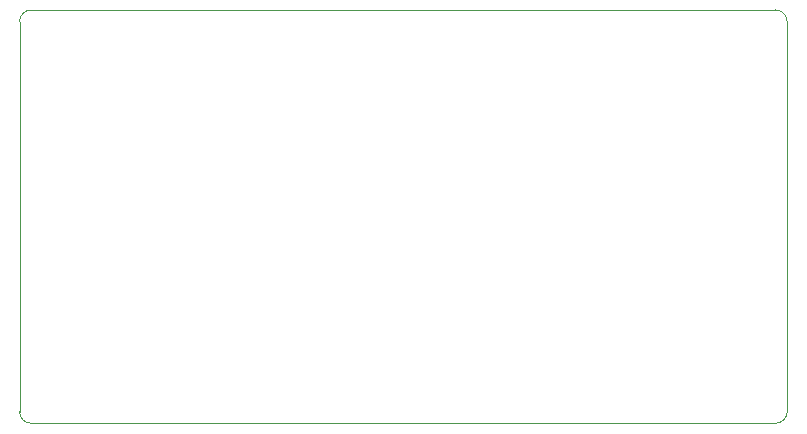
<source format=gbr>
G04 #@! TF.GenerationSoftware,KiCad,Pcbnew,(5.1.5)-3*
G04 #@! TF.CreationDate,2020-02-22T22:04:57-05:00*
G04 #@! TF.ProjectId,Semiparametric-EQ,53656d69-7061-4726-916d-65747269632d,rev?*
G04 #@! TF.SameCoordinates,Original*
G04 #@! TF.FileFunction,Profile,NP*
%FSLAX46Y46*%
G04 Gerber Fmt 4.6, Leading zero omitted, Abs format (unit mm)*
G04 Created by KiCad (PCBNEW (5.1.5)-3) date 2020-02-22 22:04:57*
%MOMM*%
%LPD*%
G04 APERTURE LIST*
%ADD10C,0.050000*%
G04 APERTURE END LIST*
D10*
X1000000Y0D02*
X64000000Y0D01*
X0Y34000000D02*
X0Y1000000D01*
X64000000Y35000000D02*
X1000000Y35000000D01*
X65000000Y1000000D02*
X65000000Y34000000D01*
X65000000Y1000000D02*
G75*
G02X64000000Y0I-1000000J0D01*
G01*
X1000000Y0D02*
G75*
G02X0Y1000000I0J1000000D01*
G01*
X0Y34000000D02*
G75*
G02X1000000Y35000000I1000000J0D01*
G01*
X64000000Y35000000D02*
G75*
G02X65000000Y34000000I0J-1000000D01*
G01*
M02*

</source>
